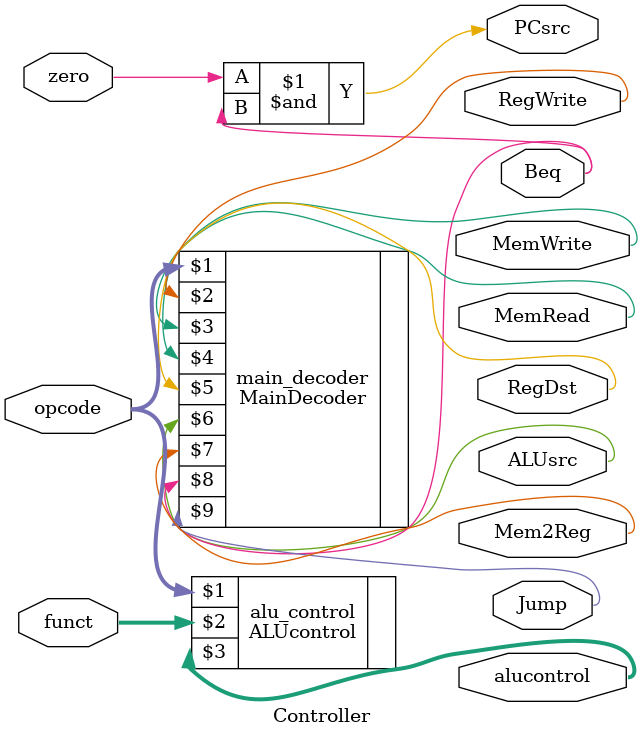
<source format=v>
`timescale 1ns / 1ps


module Controller(
    input [5:0] opcode,
    input [5:0] funct,
    input zero,
    output [7:0] alucontrol,
    output PCsrc, RegWrite, MemWrite, MemRead,RegDst, ALUsrc, Mem2Reg, Beq, Jump
    );
    
    assign PCsrc = zero & Beq;
    MainDecoder main_decoder(opcode,RegWrite,MemWrite,MemRead,RegDst,ALUsrc,Mem2Reg,Beq,Jump);
    ALUcontrol alu_control(opcode,funct,alucontrol);
    
endmodule

</source>
